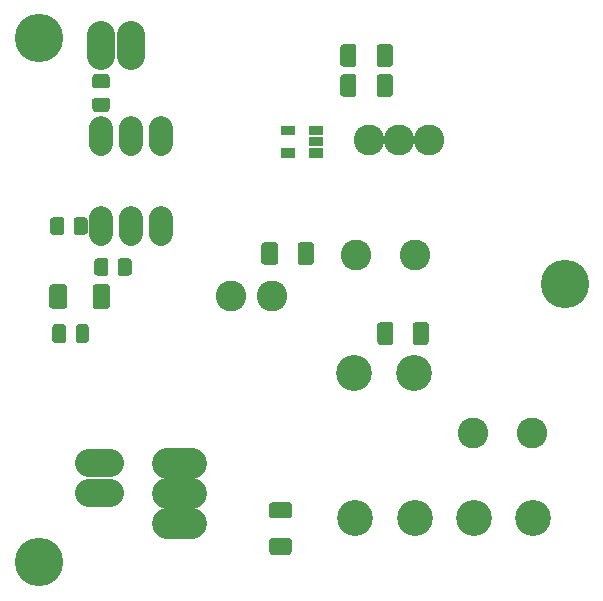
<source format=gbr>
%FSLAX32Y32*%
%MOMM*%
%LNLOETSTOP1*%
G71*
G01*
%ADD10C, 2.00*%
%ADD11C, 0.20*%
%ADD12C, 2.60*%
%ADD13C, 2.60*%
%ADD14C, 3.04*%
%ADD15C, 2.40*%
%ADD16C, 4.10*%
%LPD*%
G54D10*
X809Y3974D02*
X809Y3834D01*
G54D10*
X1063Y3975D02*
X1063Y3835D01*
G54D10*
X1317Y3975D02*
X1317Y3835D01*
G54D10*
X1317Y3213D02*
X1317Y3073D01*
G54D10*
X1063Y3213D02*
X1063Y3073D01*
G54D10*
X809Y3212D02*
X809Y3072D01*
G36*
X376Y2626D02*
X396Y2646D01*
X496Y2646D01*
X506Y2636D01*
X506Y2456D01*
X496Y2446D01*
X396Y2446D01*
X376Y2466D01*
X376Y2626D01*
G37*
G54D11*
X376Y2626D02*
X396Y2646D01*
X496Y2646D01*
X506Y2636D01*
X506Y2456D01*
X496Y2446D01*
X396Y2446D01*
X376Y2466D01*
X376Y2626D01*
G36*
X746Y2636D02*
X756Y2646D01*
X856Y2646D01*
X876Y2626D01*
X876Y2466D01*
X856Y2446D01*
X756Y2446D01*
X746Y2456D01*
X746Y2636D01*
G37*
G54D11*
X746Y2636D02*
X756Y2646D01*
X856Y2646D01*
X876Y2626D01*
X876Y2466D01*
X856Y2446D01*
X756Y2446D01*
X746Y2456D01*
X746Y2636D01*
G36*
X391Y2603D02*
X511Y2603D01*
X511Y2483D01*
X391Y2483D01*
X391Y2603D01*
G37*
G36*
X741Y2603D02*
X861Y2603D01*
X861Y2483D01*
X741Y2483D01*
X741Y2603D01*
G37*
G36*
X2329Y3721D02*
X2329Y3801D01*
X2449Y3801D01*
X2449Y3721D01*
X2329Y3721D01*
G37*
G36*
X2329Y3911D02*
X2329Y3991D01*
X2449Y3991D01*
X2449Y3911D01*
X2329Y3911D01*
G37*
G36*
X2567Y3721D02*
X2567Y3801D01*
X2687Y3801D01*
X2687Y3721D01*
X2567Y3721D01*
G37*
G36*
X2567Y3911D02*
X2567Y3991D01*
X2687Y3991D01*
X2687Y3911D01*
X2567Y3911D01*
G37*
G36*
X2567Y3816D02*
X2567Y3896D01*
X2687Y3896D01*
X2687Y3816D01*
X2567Y3816D01*
G37*
G54D12*
X1368Y1134D02*
X1568Y1134D01*
G54D12*
X1368Y880D02*
X1568Y880D01*
G54D12*
X1368Y626D02*
X1568Y626D01*
X3072Y3873D02*
G54D13*
D03*
X3326Y3873D02*
G54D13*
D03*
X3580Y3873D02*
G54D13*
D03*
X3466Y2897D02*
G54D13*
D03*
X2966Y2897D02*
G54D13*
D03*
X2961Y666D02*
G54D14*
D03*
X3461Y666D02*
G54D14*
D03*
X3961Y666D02*
G54D14*
D03*
X4461Y666D02*
G54D14*
D03*
G54D15*
X1062Y4580D02*
X1062Y4760D01*
G54D15*
X808Y4580D02*
X808Y4760D01*
G36*
X3271Y4514D02*
X3251Y4494D01*
X3161Y4494D01*
X3151Y4504D01*
X3151Y4664D01*
X3161Y4674D01*
X3251Y4674D01*
X3271Y4654D01*
X3271Y4514D01*
G37*
G54D11*
X3271Y4514D02*
X3251Y4494D01*
X3161Y4494D01*
X3151Y4504D01*
X3151Y4664D01*
X3161Y4674D01*
X3251Y4674D01*
X3271Y4654D01*
X3271Y4514D01*
G36*
X2961Y4509D02*
X2961Y4504D01*
X2951Y4494D01*
X2861Y4494D01*
X2841Y4514D01*
X2841Y4654D01*
X2861Y4674D01*
X2951Y4674D01*
X2961Y4664D01*
X2961Y4509D01*
G37*
G54D11*
X2961Y4509D02*
X2961Y4504D01*
X2951Y4494D01*
X2861Y4494D01*
X2841Y4514D01*
X2841Y4654D01*
X2861Y4674D01*
X2951Y4674D01*
X2961Y4664D01*
X2961Y4509D01*
G36*
X3266Y4529D02*
X3166Y4529D01*
X3166Y4639D01*
X3266Y4639D01*
X3266Y4529D01*
G37*
G36*
X2946Y4524D02*
X2846Y4524D01*
X2846Y4634D01*
X2946Y4634D01*
X2946Y4524D01*
G37*
G36*
X758Y4119D02*
X738Y4139D01*
X738Y4209D01*
X748Y4219D01*
X868Y4219D01*
X878Y4209D01*
X878Y4139D01*
X858Y4119D01*
X758Y4119D01*
G37*
G54D11*
X758Y4119D02*
X738Y4139D01*
X738Y4209D01*
X748Y4219D01*
X868Y4219D01*
X878Y4209D01*
X878Y4139D01*
X858Y4119D01*
X758Y4119D01*
G36*
X748Y4319D02*
X738Y4329D01*
X738Y4399D01*
X758Y4419D01*
X858Y4419D01*
X878Y4399D01*
X878Y4329D01*
X868Y4319D01*
X748Y4319D01*
G37*
G54D11*
X748Y4319D02*
X738Y4329D01*
X738Y4399D01*
X758Y4419D01*
X858Y4419D01*
X878Y4399D01*
X878Y4329D01*
X868Y4319D01*
X748Y4319D01*
G36*
X773Y4135D02*
X773Y4205D01*
X843Y4205D01*
X843Y4135D01*
X773Y4135D01*
G37*
G36*
X773Y4335D02*
X773Y4405D01*
X843Y4405D01*
X843Y4335D01*
X773Y4335D01*
G37*
G36*
X684Y3093D02*
X664Y3073D01*
X594Y3073D01*
X584Y3083D01*
X584Y3203D01*
X594Y3213D01*
X664Y3213D01*
X684Y3193D01*
X684Y3093D01*
G37*
G54D11*
X684Y3093D02*
X664Y3073D01*
X594Y3073D01*
X584Y3083D01*
X584Y3203D01*
X594Y3213D01*
X664Y3213D01*
X684Y3193D01*
X684Y3093D01*
G36*
X484Y3083D02*
X474Y3073D01*
X404Y3073D01*
X384Y3093D01*
X384Y3193D01*
X404Y3213D01*
X474Y3213D01*
X484Y3203D01*
X484Y3083D01*
G37*
G54D11*
X484Y3083D02*
X474Y3073D01*
X404Y3073D01*
X384Y3093D01*
X384Y3193D01*
X404Y3213D01*
X474Y3213D01*
X484Y3203D01*
X484Y3083D01*
G36*
X670Y3108D02*
X600Y3108D01*
X600Y3178D01*
X670Y3178D01*
X670Y3108D01*
G37*
G36*
X470Y3108D02*
X400Y3108D01*
X400Y3178D01*
X470Y3178D01*
X470Y3108D01*
G37*
G36*
X1057Y2746D02*
X1037Y2726D01*
X967Y2726D01*
X957Y2736D01*
X957Y2856D01*
X967Y2866D01*
X1037Y2866D01*
X1057Y2846D01*
X1057Y2746D01*
G37*
G54D11*
X1057Y2746D02*
X1037Y2726D01*
X967Y2726D01*
X957Y2736D01*
X957Y2856D01*
X967Y2866D01*
X1037Y2866D01*
X1057Y2846D01*
X1057Y2746D01*
G36*
X857Y2736D02*
X847Y2726D01*
X777Y2726D01*
X757Y2746D01*
X757Y2846D01*
X777Y2866D01*
X847Y2866D01*
X857Y2856D01*
X857Y2736D01*
G37*
G54D11*
X857Y2736D02*
X847Y2726D01*
X777Y2726D01*
X757Y2746D01*
X757Y2846D01*
X777Y2866D01*
X847Y2866D01*
X857Y2856D01*
X857Y2736D01*
G36*
X1042Y2762D02*
X972Y2762D01*
X972Y2832D01*
X1042Y2832D01*
X1042Y2762D01*
G37*
G36*
X842Y2762D02*
X772Y2762D01*
X772Y2832D01*
X842Y2832D01*
X842Y2762D01*
G37*
X2254Y2547D02*
G54D13*
D03*
X1904Y2547D02*
G54D13*
D03*
X2952Y1895D02*
G54D14*
D03*
X3460Y1895D02*
G54D14*
D03*
X4458Y1386D02*
G54D13*
D03*
X3958Y1386D02*
G54D13*
D03*
G36*
X3270Y4260D02*
X3250Y4240D01*
X3160Y4240D01*
X3150Y4250D01*
X3150Y4410D01*
X3160Y4420D01*
X3250Y4420D01*
X3270Y4400D01*
X3270Y4260D01*
G37*
G54D11*
X3270Y4260D02*
X3250Y4240D01*
X3160Y4240D01*
X3150Y4250D01*
X3150Y4410D01*
X3160Y4420D01*
X3250Y4420D01*
X3270Y4400D01*
X3270Y4260D01*
G36*
X2960Y4255D02*
X2960Y4250D01*
X2950Y4240D01*
X2860Y4240D01*
X2840Y4260D01*
X2840Y4400D01*
X2860Y4420D01*
X2950Y4420D01*
X2960Y4410D01*
X2960Y4255D01*
G37*
G54D11*
X2960Y4255D02*
X2960Y4250D01*
X2950Y4240D01*
X2860Y4240D01*
X2840Y4260D01*
X2840Y4400D01*
X2860Y4420D01*
X2950Y4420D01*
X2960Y4410D01*
X2960Y4255D01*
G36*
X3266Y4275D02*
X3166Y4275D01*
X3166Y4385D01*
X3266Y4385D01*
X3266Y4275D01*
G37*
G36*
X2946Y4270D02*
X2846Y4270D01*
X2846Y4380D01*
X2946Y4380D01*
X2946Y4270D01*
G37*
X278Y293D02*
G54D16*
D03*
X278Y4730D02*
G54D16*
D03*
X4731Y2650D02*
G54D16*
D03*
G54D15*
X884Y880D02*
X704Y880D01*
G54D15*
X884Y1134D02*
X704Y1134D01*
G36*
X2255Y368D02*
X2235Y388D01*
X2235Y478D01*
X2245Y488D01*
X2405Y488D01*
X2415Y478D01*
X2415Y388D01*
X2395Y368D01*
X2255Y368D01*
G37*
G54D11*
X2255Y368D02*
X2235Y388D01*
X2235Y478D01*
X2245Y488D01*
X2405Y488D01*
X2415Y478D01*
X2415Y388D01*
X2395Y368D01*
X2255Y368D01*
G36*
X2250Y678D02*
X2245Y678D01*
X2235Y688D01*
X2235Y778D01*
X2255Y798D01*
X2395Y798D01*
X2415Y778D01*
X2415Y688D01*
X2405Y678D01*
X2250Y678D01*
G37*
G54D11*
X2250Y678D02*
X2245Y678D01*
X2235Y688D01*
X2235Y778D01*
X2255Y798D01*
X2395Y798D01*
X2415Y778D01*
X2415Y688D01*
X2405Y678D01*
X2250Y678D01*
G36*
X2270Y373D02*
X2270Y473D01*
X2380Y473D01*
X2380Y373D01*
X2270Y373D01*
G37*
G36*
X2265Y693D02*
X2265Y793D01*
X2375Y793D01*
X2375Y693D01*
X2265Y693D01*
G37*
G36*
X2603Y2839D02*
X2583Y2819D01*
X2493Y2819D01*
X2483Y2829D01*
X2483Y2989D01*
X2493Y2999D01*
X2583Y2999D01*
X2603Y2979D01*
X2603Y2839D01*
G37*
G54D11*
X2603Y2839D02*
X2583Y2819D01*
X2493Y2819D01*
X2483Y2829D01*
X2483Y2989D01*
X2493Y2999D01*
X2583Y2999D01*
X2603Y2979D01*
X2603Y2839D01*
G36*
X2293Y2834D02*
X2293Y2829D01*
X2283Y2819D01*
X2193Y2819D01*
X2173Y2839D01*
X2173Y2979D01*
X2193Y2999D01*
X2283Y2999D01*
X2293Y2989D01*
X2293Y2834D01*
G37*
G54D11*
X2293Y2834D02*
X2293Y2829D01*
X2283Y2819D01*
X2193Y2819D01*
X2173Y2839D01*
X2173Y2979D01*
X2193Y2999D01*
X2283Y2999D01*
X2293Y2989D01*
X2293Y2834D01*
G36*
X2599Y2854D02*
X2499Y2854D01*
X2499Y2964D01*
X2599Y2964D01*
X2599Y2854D01*
G37*
G36*
X2279Y2849D02*
X2179Y2849D01*
X2179Y2959D01*
X2279Y2959D01*
X2279Y2849D01*
G37*
G36*
X3149Y2304D02*
X3169Y2324D01*
X3259Y2324D01*
X3269Y2314D01*
X3269Y2154D01*
X3259Y2144D01*
X3169Y2144D01*
X3149Y2164D01*
X3149Y2304D01*
G37*
G54D11*
X3149Y2304D02*
X3169Y2324D01*
X3259Y2324D01*
X3269Y2314D01*
X3269Y2154D01*
X3259Y2144D01*
X3169Y2144D01*
X3149Y2164D01*
X3149Y2304D01*
G36*
X3459Y2309D02*
X3459Y2314D01*
X3469Y2324D01*
X3559Y2324D01*
X3579Y2304D01*
X3579Y2164D01*
X3559Y2144D01*
X3469Y2144D01*
X3459Y2154D01*
X3459Y2309D01*
G37*
G54D11*
X3459Y2309D02*
X3459Y2314D01*
X3469Y2324D01*
X3559Y2324D01*
X3579Y2304D01*
X3579Y2164D01*
X3559Y2144D01*
X3469Y2144D01*
X3459Y2154D01*
X3459Y2309D01*
G36*
X3155Y2289D02*
X3255Y2289D01*
X3255Y2179D01*
X3155Y2179D01*
X3155Y2289D01*
G37*
G36*
X3475Y2294D02*
X3575Y2294D01*
X3575Y2184D01*
X3475Y2184D01*
X3475Y2294D01*
G37*
G36*
X700Y2180D02*
X680Y2160D01*
X610Y2160D01*
X600Y2170D01*
X600Y2290D01*
X610Y2300D01*
X680Y2300D01*
X700Y2280D01*
X700Y2180D01*
G37*
G54D11*
X700Y2180D02*
X680Y2160D01*
X610Y2160D01*
X600Y2170D01*
X600Y2290D01*
X610Y2300D01*
X680Y2300D01*
X700Y2280D01*
X700Y2180D01*
G36*
X500Y2170D02*
X490Y2160D01*
X420Y2160D01*
X400Y2180D01*
X400Y2280D01*
X420Y2300D01*
X490Y2300D01*
X500Y2290D01*
X500Y2170D01*
G37*
G54D11*
X500Y2170D02*
X490Y2160D01*
X420Y2160D01*
X400Y2180D01*
X400Y2280D01*
X420Y2300D01*
X490Y2300D01*
X500Y2290D01*
X500Y2170D01*
G36*
X686Y2195D02*
X616Y2195D01*
X616Y2265D01*
X686Y2265D01*
X686Y2195D01*
G37*
G36*
X486Y2195D02*
X416Y2195D01*
X416Y2265D01*
X486Y2265D01*
X486Y2195D01*
G37*
M02*

</source>
